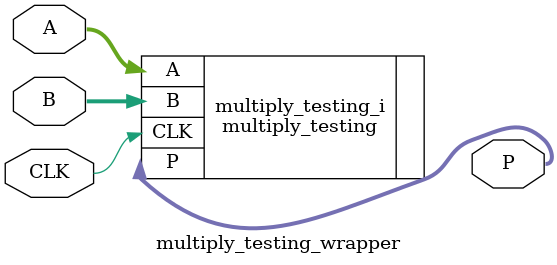
<source format=v>
`timescale 1 ps / 1 ps

module multiply_testing_wrapper
   (A,
    B,
    CLK,
    P);
  input [17:0]A;
  input [17:0]B;
  input CLK;
  output [35:0]P;

  wire [17:0]A;
  wire [17:0]B;
  wire CLK;
  wire [35:0]P;

  multiply_testing multiply_testing_i
       (.A(A),
        .B(B),
        .CLK(CLK),
        .P(P));
endmodule

</source>
